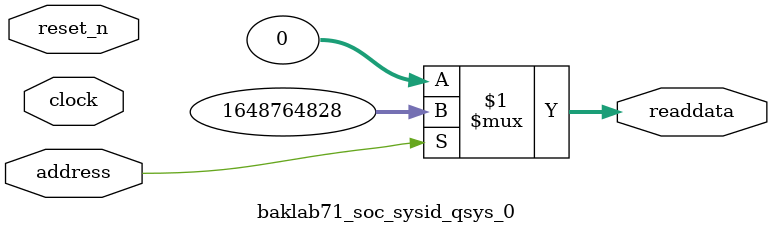
<source format=v>



// synthesis translate_off
`timescale 1ns / 1ps
// synthesis translate_on

// turn off superfluous verilog processor warnings 
// altera message_level Level1 
// altera message_off 10034 10035 10036 10037 10230 10240 10030 

module baklab71_soc_sysid_qsys_0 (
               // inputs:
                address,
                clock,
                reset_n,

               // outputs:
                readdata
             )
;

  output  [ 31: 0] readdata;
  input            address;
  input            clock;
  input            reset_n;

  wire    [ 31: 0] readdata;
  //control_slave, which is an e_avalon_slave
  assign readdata = address ? 1648764828 : 0;

endmodule



</source>
